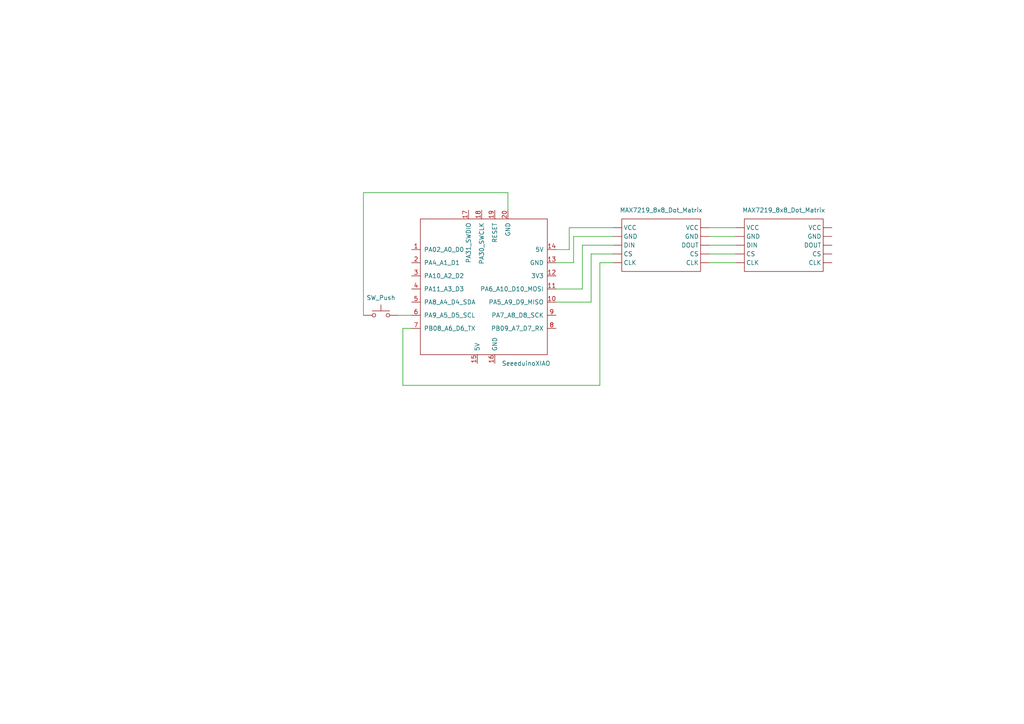
<source format=kicad_sch>
(kicad_sch (version 20211123) (generator eeschema)
  (paper "A4")
  (lib_symbols
    (symbol "New_Library:MAX7219_8x8_Dot_Matrix"
      (property "Value" "MAX7219_8x8_Dot_Matrix" (at 0 1.27 0))
      (symbol "MAX7219_8x8_Dot_Matrix_0_1"
        (rectangle (start -11.43 -1.27) (end 11.43 -16.51))
      )
      (symbol "MAX7219_8x8_Dot_Matrix_1_1"
        (pin input line (at -13.97 -13.97 0) (length 2.54) (name "CLK") (number ""))
        (pin output line (at 13.97 -13.97 180) (length 2.54) (name "CLK") (number ""))
        (pin input line (at -13.97 -11.43 0) (length 2.54) (name "CS") (number ""))
        (pin output line (at 13.97 -11.43 180) (length 2.54) (name "CS") (number ""))
        (pin input line (at -13.97 -8.89 0) (length 2.54) (name "DIN") (number ""))
        (pin output line (at 13.97 -8.89 180) (length 2.54) (name "DOUT") (number ""))
        (pin input line (at -13.97 -6.35 0) (length 2.54) (name "GND") (number ""))
        (pin output line (at 13.97 -6.35 180) (length 2.54) (name "GND") (number ""))
        (pin input line (at -13.97 -3.81 0) (length 2.54) (name "VCC") (number ""))
        (pin output line (at 13.97 -3.81 180) (length 2.54) (name "VCC") (number ""))
      )
    )
    (symbol "Seeeduino XIAO:SeeeduinoXIAO" (pin_names (offset 1.016))
      (property "Reference" "U" (at -19.05 22.86 0))
      (property "Value" "SeeeduinoXIAO" (at -12.7 21.59 0))
      (symbol "SeeeduinoXIAO_0_1"
        (rectangle (start -19.05 20.32) (end 17.78 -19.05))
      )
      (symbol "SeeeduinoXIAO_1_1"
        (pin unspecified line (at -21.59 11.43 0) (length 2.54) (name "PA02_A0_D0") (number "1"))
        (pin unspecified line (at 20.32 -3.81 180) (length 2.54) (name "PA5_A9_D9_MISO") (number "10"))
        (pin unspecified line (at 20.32 0 180) (length 2.54) (name "PA6_A10_D10_MOSI") (number "11"))
        (pin unspecified line (at 20.32 3.81 180) (length 2.54) (name "3V3") (number "12"))
        (pin unspecified line (at 20.32 7.62 180) (length 2.54) (name "GND") (number "13"))
        (pin unspecified line (at 20.32 11.43 180) (length 2.54) (name "5V") (number "14"))
        (pin input line (at -2.54 -21.59 90) (length 2.54) (name "5V") (number "15"))
        (pin input line (at 2.54 -21.59 90) (length 2.54) (name "GND") (number "16"))
        (pin input line (at -5.08 22.86 270) (length 2.54) (name "PA31_SWDIO") (number "17"))
        (pin input line (at -1.27 22.86 270) (length 2.54) (name "PA30_SWCLK") (number "18"))
        (pin input line (at 2.54 22.86 270) (length 2.54) (name "RESET") (number "19"))
        (pin unspecified line (at -21.59 7.62 0) (length 2.54) (name "PA4_A1_D1") (number "2"))
        (pin input line (at 6.35 22.86 270) (length 2.54) (name "GND") (number "20"))
        (pin unspecified line (at -21.59 3.81 0) (length 2.54) (name "PA10_A2_D2") (number "3"))
        (pin unspecified line (at -21.59 0 0) (length 2.54) (name "PA11_A3_D3") (number "4"))
        (pin unspecified line (at -21.59 -3.81 0) (length 2.54) (name "PA8_A4_D4_SDA") (number "5"))
        (pin unspecified line (at -21.59 -7.62 0) (length 2.54) (name "PA9_A5_D5_SCL") (number "6"))
        (pin unspecified line (at -21.59 -11.43 0) (length 2.54) (name "PB08_A6_D6_TX") (number "7"))
        (pin unspecified line (at 20.32 -11.43 180) (length 2.54) (name "PB09_A7_D7_RX") (number "8"))
        (pin unspecified line (at 20.32 -7.62 180) (length 2.54) (name "PA7_A8_D8_SCK") (number "9"))
      )
    )
    (symbol "Switch:SW_Push" (pin_numbers hide) (pin_names (offset 1.016) hide)
      (property "Reference" "SW" (at 1.27 2.54 0))
      (property "Value" "SW_Push" (at 0 -1.524 0))
      (symbol "SW_Push_0_1"
        (circle (center -2.032 0) (radius 0.508))
        (polyline (pts (xy 0 1.27) (xy 0 3.048)))
        (polyline (pts (xy 2.54 1.27) (xy -2.54 1.27)))
        (circle (center 2.032 0) (radius 0.508))
        (pin passive line (at -5.08 0 0) (length 2.54) (name "1") (number "1"))
        (pin passive line (at 5.08 0 180) (length 2.54) (name "2") (number "2"))
      )
    )
  )
  (wire (pts (xy 165.1 66.04) (xy 177.8 66.04)))
  (wire (pts (xy 147.32 55.88) (xy 147.32 60.96)))
  (wire (pts (xy 161.29 72.39) (xy 165.1 72.39)))
  (wire (pts (xy 161.29 87.63) (xy 171.45 87.63)))
  (wire (pts (xy 205.74 73.66) (xy 213.36 73.66)))
  (wire (pts (xy 171.45 73.66) (xy 177.8 73.66)))
  (wire (pts (xy 168.91 83.82) (xy 168.91 71.12)))
  (wire (pts (xy 166.37 68.58) (xy 177.8 68.58)))
  (wire (pts (xy 205.74 68.58) (xy 213.36 68.58)))
  (wire (pts (xy 161.29 83.82) (xy 168.91 83.82)))
  (wire (pts (xy 105.41 55.88) (xy 147.32 55.88)))
  (wire (pts (xy 173.99 111.76) (xy 173.99 76.2)))
  (wire (pts (xy 161.29 76.2) (xy 166.37 76.2)))
  (wire (pts (xy 116.84 111.76) (xy 173.99 111.76)))
  (wire (pts (xy 168.91 71.12) (xy 177.8 71.12)))
  (wire (pts (xy 205.74 66.04) (xy 213.36 66.04)))
  (wire (pts (xy 173.99 76.2) (xy 177.8 76.2)))
  (wire (pts (xy 105.41 91.44) (xy 105.41 55.88)))
  (wire (pts (xy 115.57 91.44) (xy 119.38 91.44)))
  (wire (pts (xy 166.37 76.2) (xy 166.37 68.58)))
  (wire (pts (xy 116.84 95.25) (xy 116.84 111.76)))
  (wire (pts (xy 165.1 72.39) (xy 165.1 66.04)))
  (wire (pts (xy 171.45 87.63) (xy 171.45 73.66)))
  (wire (pts (xy 205.74 76.2) (xy 213.36 76.2)))
  (wire (pts (xy 205.74 71.12) (xy 213.36 71.12)))
  (wire (pts (xy 119.38 95.25) (xy 116.84 95.25)))
  (symbol (lib_id "Seeeduino XIAO:SeeeduinoXIAO") (at 140.97 83.82 0) (unit 1)
    (property "Reference" "U?" (effects hide))
    (property "Value" "SeeeduinoXIAO" (at 145.5294 105.41 0) (effects (justify left)))
  )
  (symbol (lib_id "New_Library:MAX7219_8x8_Dot_Matrix") (at 227.33 62.23 0) (unit 1)
    (property "Reference" "U?" (effects hide))
    (property "Value" "MAX7219_8x8_Dot_Matrix" (at 227.33 60.96 0))
  )
  (symbol (lib_id "Switch:SW_Push") (at 110.49 91.44 0) (unit 1)
    (property "Reference" "SW?" (effects hide))
    (property "Value" "SW_Push" (at 110.49 86.36 0))
  )
  (symbol (lib_id "New_Library:MAX7219_8x8_Dot_Matrix") (at 191.77 62.23 0) (unit 1)
    (property "Reference" "U?" (effects hide))
    (property "Value" "MAX7219_8x8_Dot_Matrix" (at 191.77 60.96 0))
  )
)
</source>
